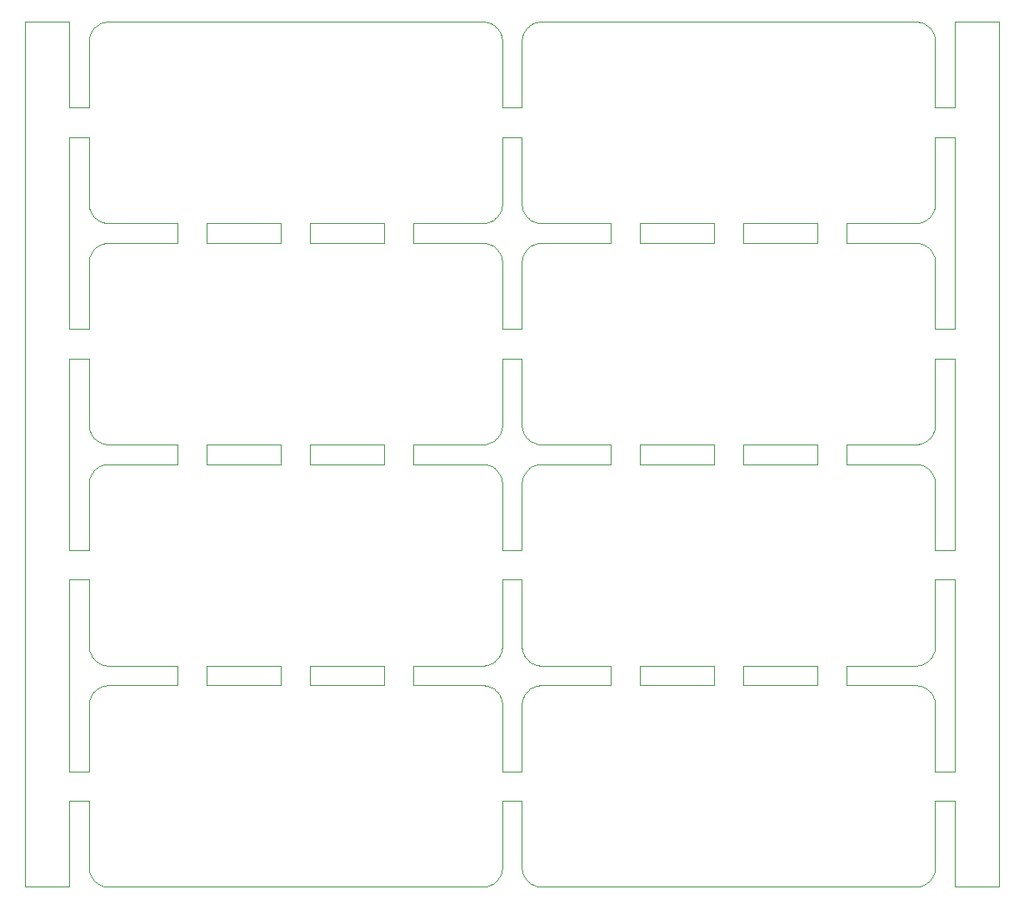
<source format=gbr>
%TF.GenerationSoftware,KiCad,Pcbnew,8.0.0*%
%TF.CreationDate,2024-05-28T16:04:12+09:00*%
%TF.ProjectId,Panel,50616e65-6c2e-46b6-9963-61645f706362,rev?*%
%TF.SameCoordinates,Original*%
%TF.FileFunction,Profile,NP*%
%FSLAX46Y46*%
G04 Gerber Fmt 4.6, Leading zero omitted, Abs format (unit mm)*
G04 Created by KiCad (PCBNEW 8.0.0) date 2024-05-28 16:04:12*
%MOMM*%
%LPD*%
G01*
G04 APERTURE LIST*
%TA.AperFunction,Profile*%
%ADD10C,0.100000*%
%TD*%
G04 APERTURE END LIST*
D10*
X147141526Y-65857463D02*
X147081551Y-65775788D01*
X191295609Y-43619211D02*
X191248693Y-43529396D01*
X146380788Y-87704390D02*
X146288711Y-87662084D01*
X191141526Y-107142536D02*
X191197288Y-107057928D01*
X146557928Y-87802711D02*
X146470603Y-87751306D01*
X106357463Y-87858473D02*
X106275788Y-87918448D01*
X145702336Y-40489738D02*
X145802855Y-40476936D01*
X146724211Y-85081551D02*
X146802744Y-85017516D01*
X125000000Y-87500000D02*
X117500000Y-87500000D01*
X105751306Y-66029396D02*
X105704390Y-66119211D01*
X190949585Y-88122066D02*
X190877933Y-88050414D01*
X190557928Y-62697288D02*
X190642536Y-62641526D01*
X107500000Y-63000000D02*
X114500000Y-63000000D01*
X106357463Y-65358473D02*
X106275788Y-65418448D01*
X146724211Y-40081551D02*
X146802744Y-40017516D01*
X149502566Y-89398701D02*
X149500000Y-89500000D01*
X149540940Y-66597402D02*
X149523063Y-66697144D01*
X189500000Y-85500000D02*
X189601298Y-85497433D01*
X106197255Y-87982483D02*
X106122066Y-88050414D01*
X150619211Y-85295609D02*
X150711288Y-85337915D01*
X149500000Y-67000000D02*
X149500000Y-73750000D01*
X179500000Y-87500000D02*
X172000000Y-87500000D01*
X147500000Y-76750000D02*
X148499000Y-76750000D01*
X147500000Y-73750000D02*
X147500000Y-67000000D01*
X105982483Y-65697255D02*
X105918448Y-65775788D01*
X106050414Y-20622066D02*
X105982483Y-20697255D01*
X191248693Y-21029396D02*
X191197288Y-20942071D01*
X105540940Y-83902597D02*
X105563845Y-84001305D01*
X145601298Y-42502566D02*
X145500000Y-42500000D01*
X190557928Y-87802711D02*
X190470603Y-87751306D01*
X146724211Y-87918448D02*
X146642536Y-87858473D01*
X103499000Y-20000000D02*
X98999000Y-20000000D01*
X150122066Y-62449585D02*
X150197255Y-62517516D01*
X147497433Y-89398701D02*
X147489738Y-89297663D01*
X138500000Y-86501000D02*
X138500000Y-86499000D01*
X147017516Y-107302744D02*
X147081551Y-107224211D01*
X105704390Y-66119211D02*
X105662084Y-66211288D01*
X191476936Y-89197144D02*
X191459059Y-89097402D01*
X105662084Y-84288711D02*
X105704390Y-84380788D01*
X191375504Y-39194610D02*
X191408278Y-39098726D01*
X149858473Y-43357463D02*
X149802711Y-43442071D01*
X190194610Y-65124495D02*
X190098726Y-65091721D01*
X151398701Y-20002566D02*
X151297663Y-20010261D01*
X151500000Y-65000000D02*
X151398701Y-65002566D01*
X147408278Y-21401273D02*
X147375504Y-21305389D01*
X128000000Y-63999000D02*
X128000000Y-63000000D01*
X105662084Y-61788711D02*
X105704390Y-61880788D01*
X191375504Y-43805389D02*
X191337915Y-43711288D01*
X161500000Y-42500000D02*
X161500000Y-41501500D01*
X150357463Y-107641526D02*
X150442071Y-107697288D01*
X147017516Y-62302744D02*
X147081551Y-62224211D01*
X135500000Y-40500000D02*
X135500000Y-41499500D01*
X191295609Y-61880788D02*
X191337915Y-61788711D01*
X189802855Y-20023063D02*
X189702336Y-20010261D01*
X147337915Y-84288711D02*
X147375504Y-84194610D01*
X106442071Y-65302711D02*
X106357463Y-65358473D01*
X151097402Y-107959059D02*
X151197144Y-107976936D01*
X148501000Y-73750000D02*
X148499000Y-73750000D01*
X147476936Y-83802855D02*
X147489738Y-83702336D01*
X107197144Y-87523063D02*
X107097402Y-87540940D01*
X172000000Y-63000000D02*
X179500000Y-63000000D01*
X106122066Y-107449585D02*
X106197255Y-107517516D01*
X105502566Y-21898701D02*
X105500000Y-22000000D01*
X190380788Y-85295609D02*
X190470603Y-85248693D01*
X150357463Y-85141526D02*
X150442071Y-85197288D01*
X147500000Y-51250000D02*
X147500000Y-44500000D01*
X105523063Y-83802855D02*
X105540940Y-83902597D01*
X147500000Y-89500000D02*
X147497433Y-89398701D01*
X107097402Y-87540940D02*
X106998694Y-87563845D01*
X147081551Y-20775788D02*
X147017516Y-20697255D01*
X149982483Y-107302744D02*
X150050414Y-107377933D01*
X106050414Y-65622066D02*
X105982483Y-65697255D01*
X145702336Y-65010261D02*
X145601298Y-65002566D01*
X169000000Y-40500000D02*
X169000000Y-41499500D01*
X145702336Y-85489738D02*
X145802855Y-85476936D01*
X190724211Y-42918448D02*
X190642536Y-42858473D01*
X105563845Y-39001305D02*
X105591721Y-39098726D01*
X106901273Y-62908278D02*
X106998694Y-62936154D01*
X114500000Y-40500000D02*
X114500000Y-41499500D01*
X191408278Y-21401273D02*
X191375504Y-21305389D01*
X147489738Y-66797663D02*
X147476936Y-66697144D01*
X103499000Y-28750000D02*
X103499000Y-20000000D01*
X189601298Y-40497433D02*
X189702336Y-40489738D01*
X146877933Y-107449585D02*
X146949585Y-107377933D01*
X190642536Y-87858473D02*
X190557928Y-87802711D01*
X147017516Y-84802744D02*
X147081551Y-84724211D01*
X106122066Y-84949585D02*
X106197255Y-85017516D01*
X147081551Y-88275788D02*
X147017516Y-88197255D01*
X146001305Y-87563845D02*
X145902597Y-87540940D01*
X147248693Y-21029396D02*
X147197288Y-20942071D01*
X149624495Y-43805389D02*
X149591721Y-43901273D01*
X105510261Y-106202336D02*
X105523063Y-106302855D01*
X147408278Y-106598726D02*
X147436154Y-106501305D01*
X190288711Y-62837915D02*
X190380788Y-62795609D01*
X145902597Y-65040940D02*
X145802855Y-65023063D01*
X149500000Y-44500000D02*
X149500000Y-51250000D01*
X105802711Y-39557928D02*
X105858473Y-39642536D01*
X150122066Y-65550414D02*
X150050414Y-65622066D01*
X105802711Y-20942071D02*
X105751306Y-21029396D01*
X135500000Y-86501000D02*
X135500000Y-87500000D01*
X193501000Y-54250000D02*
X193501000Y-73750000D01*
X106442071Y-85197288D02*
X106529396Y-85248693D01*
X103499000Y-51250000D02*
X103499000Y-31750000D01*
X146380788Y-62795609D02*
X146470603Y-62748693D01*
X106711288Y-85337915D02*
X106805389Y-85375504D01*
X147459059Y-44097402D02*
X147436154Y-43998694D01*
X191017516Y-88197255D02*
X190949585Y-88122066D01*
X147436154Y-21498694D02*
X147408278Y-21401273D01*
X149918448Y-62224211D02*
X149982483Y-62302744D01*
X105591721Y-84098726D02*
X105624495Y-84194610D01*
X147500000Y-67000000D02*
X147497433Y-66898701D01*
X191500000Y-28750000D02*
X191500000Y-22000000D01*
X105500000Y-83500000D02*
X105502566Y-83601298D01*
X190642536Y-40141526D02*
X190724211Y-40081551D01*
X138500000Y-63999000D02*
X138500000Y-63000000D01*
X105591721Y-66401273D02*
X105563845Y-66498694D01*
X106050414Y-88122066D02*
X105982483Y-88197255D01*
X147017516Y-39802744D02*
X147081551Y-39724211D01*
X107097402Y-62959059D02*
X107197144Y-62976936D01*
X150357463Y-20358473D02*
X150275788Y-20418448D01*
X158500000Y-41501500D02*
X158500000Y-42500000D01*
X150122066Y-88050414D02*
X150050414Y-88122066D01*
X149502566Y-83601298D02*
X149510261Y-83702336D01*
X169000000Y-86499000D02*
X169000000Y-86501000D01*
X105563845Y-66498694D02*
X105540940Y-66597402D01*
X149751306Y-106970603D02*
X149802711Y-107057928D01*
X135500000Y-41501500D02*
X135500000Y-42500000D01*
X147408278Y-61598726D02*
X147436154Y-61501305D01*
X179500000Y-40500000D02*
X179500000Y-41499500D01*
X106122066Y-43050414D02*
X106050414Y-43122066D01*
X106442071Y-40197288D02*
X106529396Y-40248693D01*
X151398701Y-65002566D02*
X151297663Y-65010261D01*
X190877933Y-43050414D02*
X190802744Y-42982483D01*
X190470603Y-85248693D02*
X190557928Y-85197288D01*
X146098726Y-87591721D02*
X146001305Y-87563845D01*
X150619211Y-87704390D02*
X150529396Y-87751306D01*
X161500000Y-41501500D02*
X161500000Y-41499500D01*
X105502566Y-44398701D02*
X105500000Y-44500000D01*
X191476936Y-38802855D02*
X191489738Y-38702336D01*
X103499000Y-96250000D02*
X103499000Y-76750000D01*
X149563845Y-88998694D02*
X149540940Y-89097402D01*
X147295609Y-66119211D02*
X147248693Y-66029396D01*
X147197288Y-39557928D02*
X147248693Y-39470603D01*
X146802744Y-20482483D02*
X146724211Y-20418448D01*
X107398701Y-85497433D02*
X107500000Y-85500000D01*
X117500000Y-86499000D02*
X117500000Y-85500000D01*
X193501000Y-96250000D02*
X191500000Y-96250000D01*
X105500000Y-99250000D02*
X105500000Y-106000000D01*
X190802744Y-42982483D02*
X190724211Y-42918448D01*
X150529396Y-20251306D02*
X150442071Y-20302711D01*
X149704390Y-39380788D02*
X149751306Y-39470603D01*
X147408278Y-88901273D02*
X147375504Y-88805389D01*
X105918448Y-84724211D02*
X105982483Y-84802744D01*
X149510261Y-106202336D02*
X149523063Y-106302855D01*
X147375504Y-39194610D02*
X147408278Y-39098726D01*
X191337915Y-61788711D02*
X191375504Y-61694610D01*
X105624495Y-21305389D02*
X105591721Y-21401273D01*
X146001305Y-40436154D02*
X146098726Y-40408278D01*
X105540940Y-61402597D02*
X105563845Y-61501305D01*
X191476936Y-106302855D02*
X191489738Y-106202336D01*
X191081551Y-84724211D02*
X191141526Y-84642536D01*
X191197288Y-107057928D02*
X191248693Y-106970603D01*
X190949585Y-20622066D02*
X190877933Y-20550414D01*
X149802711Y-65942071D02*
X149751306Y-66029396D01*
X147081551Y-43275788D02*
X147017516Y-43197255D01*
X149918448Y-43275788D02*
X149858473Y-43357463D01*
X106357463Y-40141526D02*
X106442071Y-40197288D01*
X191017516Y-107302744D02*
X191081551Y-107224211D01*
X106619211Y-85295609D02*
X106711288Y-85337915D01*
X147500000Y-54250000D02*
X148499000Y-54250000D01*
X151097402Y-42540940D02*
X150998694Y-42563845D01*
X146380788Y-107795609D02*
X146470603Y-107748693D01*
X193501000Y-28750000D02*
X191500000Y-28750000D01*
X107500000Y-85500000D02*
X114500000Y-85500000D01*
X190288711Y-87662084D02*
X190194610Y-87624495D01*
X149918448Y-107224211D02*
X149982483Y-107302744D01*
X145500000Y-63000000D02*
X145601298Y-62997433D01*
X191375504Y-61694610D02*
X191408278Y-61598726D01*
X106275788Y-107581551D02*
X106357463Y-107641526D01*
X150998694Y-62936154D02*
X151097402Y-62959059D01*
X147408278Y-43901273D02*
X147375504Y-43805389D01*
X105591721Y-39098726D02*
X105624495Y-39194610D01*
X191476936Y-66697144D02*
X191459059Y-66597402D01*
X147500000Y-99250000D02*
X148499000Y-99250000D01*
X149540940Y-38902597D02*
X149563845Y-39001305D01*
X190642536Y-42858473D02*
X190557928Y-42802711D01*
X147295609Y-61880788D02*
X147337915Y-61788711D01*
X114500000Y-42500000D02*
X107500000Y-42500000D01*
X114500000Y-63000000D02*
X114500000Y-63999000D01*
X161500000Y-64001000D02*
X161500000Y-63999000D01*
X125000000Y-41501500D02*
X125000000Y-42500000D01*
X190877933Y-88050414D02*
X190802744Y-87982483D01*
X98999000Y-108000000D02*
X103499000Y-108000000D01*
X147081551Y-65775788D02*
X147017516Y-65697255D01*
X150998694Y-42563845D02*
X150901273Y-42591721D01*
X146470603Y-65251306D02*
X146380788Y-65204390D01*
X191248693Y-106970603D02*
X191295609Y-106880788D01*
X146642536Y-107641526D02*
X146724211Y-107581551D01*
X106711288Y-107837915D02*
X106805389Y-107875504D01*
X106901273Y-20091721D02*
X106805389Y-20124495D01*
X158500000Y-42500000D02*
X151500000Y-42500000D01*
X191497433Y-106101298D02*
X191500000Y-106000000D01*
X106050414Y-43122066D02*
X105982483Y-43197255D01*
X114500000Y-86501000D02*
X114500000Y-87500000D01*
X193501000Y-20000000D02*
X193501000Y-28750000D01*
X106442071Y-42802711D02*
X106357463Y-42858473D01*
X149918448Y-88275788D02*
X149858473Y-88357463D01*
X190470603Y-62748693D02*
X190557928Y-62697288D01*
X106529396Y-65251306D02*
X106442071Y-65302711D01*
X149502566Y-44398701D02*
X149500000Y-44500000D01*
X149500000Y-76750000D02*
X149500000Y-83500000D01*
X106275788Y-40081551D02*
X106357463Y-40141526D01*
X191500000Y-61000000D02*
X191500000Y-54250000D01*
X191017516Y-43197255D02*
X190949585Y-43122066D01*
X147500000Y-96250000D02*
X147500000Y-89500000D01*
X147497433Y-66898701D02*
X147489738Y-66797663D01*
X105704390Y-84380788D02*
X105751306Y-84470603D01*
X190949585Y-65622066D02*
X190877933Y-65550414D01*
X150805389Y-87624495D02*
X150711288Y-87662084D01*
X190288711Y-40337915D02*
X190380788Y-40295609D01*
X191081551Y-43275788D02*
X191017516Y-43197255D01*
X146877933Y-43050414D02*
X146802744Y-42982483D01*
X145601298Y-62997433D02*
X145702336Y-62989738D01*
X147476936Y-21697144D02*
X147459059Y-21597402D01*
X189500000Y-65000000D02*
X182500000Y-65000000D01*
X190724211Y-85081551D02*
X190802744Y-85017516D01*
X147459059Y-83902597D02*
X147476936Y-83802855D01*
X150805389Y-65124495D02*
X150711288Y-65162084D01*
X149751306Y-66029396D02*
X149704390Y-66119211D01*
X150275788Y-62581551D02*
X150357463Y-62641526D01*
X189802855Y-62976936D02*
X189902597Y-62959059D01*
X151197144Y-87523063D02*
X151097402Y-87540940D01*
X145902597Y-42540940D02*
X145802855Y-42523063D01*
X147497433Y-106101298D02*
X147500000Y-106000000D01*
X179500000Y-85500000D02*
X179500000Y-86499000D01*
X147295609Y-39380788D02*
X147337915Y-39288711D01*
X105802711Y-62057928D02*
X105858473Y-62142536D01*
X150805389Y-20124495D02*
X150711288Y-20162084D01*
X146877933Y-62449585D02*
X146949585Y-62377933D01*
X125000000Y-86501000D02*
X125000000Y-87500000D01*
X147476936Y-44197144D02*
X147459059Y-44097402D01*
X151500000Y-63000000D02*
X158500000Y-63000000D01*
X191337915Y-106788711D02*
X191375504Y-106694610D01*
X190098726Y-42591721D02*
X190001305Y-42563845D01*
X190724211Y-107581551D02*
X190802744Y-107517516D01*
X190194610Y-20124495D02*
X190098726Y-20091721D01*
X117500000Y-41499500D02*
X117500000Y-40500000D01*
X105982483Y-84802744D02*
X106050414Y-84877933D01*
X150711288Y-42662084D02*
X150619211Y-42704390D01*
X161500000Y-86501000D02*
X161500000Y-86499000D01*
X191500000Y-31750000D02*
X193501000Y-31750000D01*
X190557928Y-40197288D02*
X190642536Y-40141526D01*
X190288711Y-85337915D02*
X190380788Y-85295609D01*
X150050414Y-62377933D02*
X150122066Y-62449585D01*
X106122066Y-39949585D02*
X106197255Y-40017516D01*
X151297663Y-65010261D02*
X151197144Y-65023063D01*
X107398701Y-40497433D02*
X107500000Y-40500000D01*
X146001305Y-85436154D02*
X146098726Y-85408278D01*
X114500000Y-86499000D02*
X114500000Y-86501000D01*
X150275788Y-87918448D02*
X150197255Y-87982483D01*
X135500000Y-41499500D02*
X135500000Y-41501500D01*
X106619211Y-20204390D02*
X106529396Y-20251306D01*
X107097402Y-40459059D02*
X107197144Y-40476936D01*
X147337915Y-39288711D02*
X147375504Y-39194610D01*
X149500000Y-73750000D02*
X148501000Y-73750000D01*
X146194610Y-62875504D02*
X146288711Y-62837915D01*
X190724211Y-65418448D02*
X190642536Y-65358473D01*
X106711288Y-40337915D02*
X106805389Y-40375504D01*
X105802711Y-107057928D02*
X105858473Y-107142536D01*
X147436154Y-106501305D02*
X147459059Y-106402597D01*
X150275788Y-65418448D02*
X150197255Y-65482483D01*
X145802855Y-20023063D02*
X145702336Y-20010261D01*
X117500000Y-63999000D02*
X117500000Y-63000000D01*
X117500000Y-64001000D02*
X117500000Y-63999000D01*
X146380788Y-40295609D02*
X146470603Y-40248693D01*
X147476936Y-38802855D02*
X147489738Y-38702336D01*
X149563845Y-106501305D02*
X149591721Y-106598726D01*
X106529396Y-85248693D02*
X106619211Y-85295609D01*
X150998694Y-65063845D02*
X150901273Y-65091721D01*
X146470603Y-20251306D02*
X146380788Y-20204390D01*
X147489738Y-89297663D02*
X147476936Y-89197144D01*
X106998694Y-107936154D02*
X107097402Y-107959059D01*
X148501000Y-54250000D02*
X149500000Y-54250000D01*
X150122066Y-39949585D02*
X150197255Y-40017516D01*
X105510261Y-44297663D02*
X105502566Y-44398701D01*
X149662084Y-43711288D02*
X149624495Y-43805389D01*
X125000000Y-41499500D02*
X125000000Y-41501500D01*
X105858473Y-65857463D02*
X105802711Y-65942071D01*
X149982483Y-88197255D02*
X149918448Y-88275788D01*
X151297663Y-85489738D02*
X151398701Y-85497433D01*
X125000000Y-85500000D02*
X125000000Y-86499000D01*
X105510261Y-89297663D02*
X105502566Y-89398701D01*
X191459059Y-61402597D02*
X191476936Y-61302855D01*
X107297663Y-62989738D02*
X107398701Y-62997433D01*
X190724211Y-20418448D02*
X190642536Y-20358473D01*
X190098726Y-65091721D02*
X190001305Y-65063845D01*
X149982483Y-43197255D02*
X149918448Y-43275788D01*
X105563845Y-21498694D02*
X105540940Y-21597402D01*
X179500000Y-65000000D02*
X172000000Y-65000000D01*
X148499000Y-54250000D02*
X148501000Y-54250000D01*
X105502566Y-106101298D02*
X105510261Y-106202336D01*
X191497433Y-89398701D02*
X191489738Y-89297663D01*
X147248693Y-43529396D02*
X147197288Y-43442071D01*
X147476936Y-66697144D02*
X147459059Y-66597402D01*
X106529396Y-40248693D02*
X106619211Y-40295609D01*
X189500000Y-108000000D02*
X189601298Y-107997433D01*
X146557928Y-42802711D02*
X146470603Y-42751306D01*
X146557928Y-65302711D02*
X146470603Y-65251306D01*
X189702336Y-87510261D02*
X189601298Y-87502566D01*
X190098726Y-20091721D02*
X190001305Y-20063845D01*
X106619211Y-62795609D02*
X106711288Y-62837915D01*
X190724211Y-87918448D02*
X190642536Y-87858473D01*
X146557928Y-20302711D02*
X146470603Y-20251306D01*
X146194610Y-40375504D02*
X146288711Y-40337915D01*
X191489738Y-21797663D02*
X191476936Y-21697144D01*
X147337915Y-106788711D02*
X147375504Y-106694610D01*
X150619211Y-20204390D02*
X150529396Y-20251306D01*
X146380788Y-20204390D02*
X146288711Y-20162084D01*
X146877933Y-84949585D02*
X146949585Y-84877933D01*
X117500000Y-85500000D02*
X125000000Y-85500000D01*
X146557928Y-62697288D02*
X146642536Y-62641526D01*
X147295609Y-106880788D02*
X147337915Y-106788711D01*
X189601298Y-62997433D02*
X189702336Y-62989738D01*
X107097402Y-20040940D02*
X106998694Y-20063845D01*
X105500000Y-67000000D02*
X105500000Y-73750000D01*
X161500000Y-86499000D02*
X161500000Y-85500000D01*
X191436154Y-84001305D02*
X191459059Y-83902597D01*
X151398701Y-107997433D02*
X151500000Y-108000000D01*
X106197255Y-20482483D02*
X106122066Y-20550414D01*
X105540940Y-44097402D02*
X105523063Y-44197144D01*
X147489738Y-61202336D02*
X147497433Y-61101298D01*
X105591721Y-61598726D02*
X105624495Y-61694610D01*
X149523063Y-44197144D02*
X149510261Y-44297663D01*
X191497433Y-38601298D02*
X191500000Y-38500000D01*
X105591721Y-43901273D02*
X105563845Y-43998694D01*
X105523063Y-61302855D02*
X105540940Y-61402597D01*
X151297663Y-40489738D02*
X151398701Y-40497433D01*
X106805389Y-20124495D02*
X106711288Y-20162084D01*
X146288711Y-87662084D02*
X146194610Y-87624495D01*
X150711288Y-65162084D02*
X150619211Y-65204390D01*
X128000000Y-41499500D02*
X128000000Y-40500000D01*
X149982483Y-39802744D02*
X150050414Y-39877933D01*
X146642536Y-42858473D02*
X146557928Y-42802711D01*
X147197288Y-84557928D02*
X147248693Y-84470603D01*
X105563845Y-88998694D02*
X105540940Y-89097402D01*
X149510261Y-83702336D02*
X149523063Y-83802855D01*
X150122066Y-84949585D02*
X150197255Y-85017516D01*
X105500000Y-61000000D02*
X105502566Y-61101298D01*
X191500000Y-106000000D02*
X191500000Y-99250000D01*
X105662084Y-88711288D02*
X105624495Y-88805389D01*
X145802855Y-107976936D02*
X145902597Y-107959059D01*
X106275788Y-62581551D02*
X106357463Y-62641526D01*
X149500000Y-89500000D02*
X149500000Y-96250000D01*
X106275788Y-20418448D02*
X106197255Y-20482483D01*
X106998694Y-85436154D02*
X107097402Y-85459059D01*
X182500000Y-41501500D02*
X182500000Y-41499500D01*
X191500000Y-76750000D02*
X193501000Y-76750000D01*
X149982483Y-62302744D02*
X150050414Y-62377933D01*
X146098726Y-42591721D02*
X146001305Y-42563845D01*
X149591721Y-43901273D02*
X149563845Y-43998694D01*
X146557928Y-40197288D02*
X146642536Y-40141526D01*
X161500000Y-63999000D02*
X161500000Y-63000000D01*
X191295609Y-88619211D02*
X191248693Y-88529396D01*
X106998694Y-42563845D02*
X106901273Y-42591721D01*
X145902597Y-62959059D02*
X146001305Y-62936154D01*
X149751306Y-84470603D02*
X149802711Y-84557928D01*
X151097402Y-62959059D02*
X151197144Y-62976936D01*
X147141526Y-20857463D02*
X147081551Y-20775788D01*
X145702336Y-107989738D02*
X145802855Y-107976936D01*
X145500000Y-20000000D02*
X107500000Y-20000000D01*
X147500000Y-44500000D02*
X147497433Y-44398701D01*
X198001000Y-20000000D02*
X193501000Y-20000000D01*
X190802744Y-40017516D02*
X190877933Y-39949585D01*
X190098726Y-87591721D02*
X190001305Y-87563845D01*
X149624495Y-39194610D02*
X149662084Y-39288711D01*
X148501000Y-28750000D02*
X148499000Y-28750000D01*
X191500000Y-51250000D02*
X191500000Y-44500000D01*
X106711288Y-65162084D02*
X106619211Y-65204390D01*
X149662084Y-66211288D02*
X149624495Y-66305389D01*
X105662084Y-39288711D02*
X105704390Y-39380788D01*
X149502566Y-106101298D02*
X149510261Y-106202336D01*
X149502566Y-61101298D02*
X149510261Y-61202336D01*
X147141526Y-107142536D02*
X147197288Y-107057928D01*
X151398701Y-87502566D02*
X151297663Y-87510261D01*
X138500000Y-86499000D02*
X138500000Y-85500000D01*
X106275788Y-85081551D02*
X106357463Y-85141526D01*
X191500000Y-67000000D02*
X191497433Y-66898701D01*
X138500000Y-87500000D02*
X138500000Y-86501000D01*
X145500000Y-42500000D02*
X138500000Y-42500000D01*
X161500000Y-65000000D02*
X161500000Y-64001000D01*
X191197288Y-88442071D02*
X191141526Y-88357463D01*
X149591721Y-88901273D02*
X149563845Y-88998694D01*
X189601298Y-85497433D02*
X189702336Y-85489738D01*
X191500000Y-44500000D02*
X191497433Y-44398701D01*
X149802711Y-20942071D02*
X149751306Y-21029396D01*
X147141526Y-84642536D02*
X147197288Y-84557928D01*
X149523063Y-61302855D02*
X149540940Y-61402597D01*
X106442071Y-20302711D02*
X106357463Y-20358473D01*
X145902597Y-85459059D02*
X146001305Y-85436154D01*
X105802711Y-88442071D02*
X105751306Y-88529396D01*
X103499000Y-76750000D02*
X105500000Y-76750000D01*
X105982483Y-62302744D02*
X106050414Y-62377933D01*
X150901273Y-20091721D02*
X150805389Y-20124495D01*
X189702336Y-42510261D02*
X189601298Y-42502566D01*
X147141526Y-62142536D02*
X147197288Y-62057928D01*
X189902597Y-42540940D02*
X189802855Y-42523063D01*
X149540940Y-106402597D02*
X149563845Y-106501305D01*
X158500000Y-40500000D02*
X158500000Y-41499500D01*
X150805389Y-85375504D02*
X150901273Y-85408278D01*
X191489738Y-61202336D02*
X191497433Y-61101298D01*
X147248693Y-39470603D02*
X147295609Y-39380788D01*
X147197288Y-43442071D02*
X147141526Y-43357463D01*
X146194610Y-65124495D02*
X146098726Y-65091721D01*
X189601298Y-20002566D02*
X189500000Y-20000000D01*
X190802744Y-87982483D02*
X190724211Y-87918448D01*
X190949585Y-107377933D02*
X191017516Y-107302744D01*
X189902597Y-40459059D02*
X190001305Y-40436154D01*
X105802711Y-65942071D02*
X105751306Y-66029396D01*
X147497433Y-44398701D02*
X147489738Y-44297663D01*
X106050414Y-107377933D02*
X106122066Y-107449585D01*
X146949585Y-20622066D02*
X146877933Y-20550414D01*
X147459059Y-66597402D02*
X147436154Y-66498694D01*
X105624495Y-43805389D02*
X105591721Y-43901273D01*
X146194610Y-87624495D02*
X146098726Y-87591721D01*
X149523063Y-66697144D02*
X149510261Y-66797663D01*
X149563845Y-61501305D02*
X149591721Y-61598726D01*
X191408278Y-66401273D02*
X191375504Y-66305389D01*
X107398701Y-62997433D02*
X107500000Y-63000000D01*
X107500000Y-65000000D02*
X107398701Y-65002566D01*
X149624495Y-66305389D02*
X149591721Y-66401273D01*
X107097402Y-65040940D02*
X106998694Y-65063845D01*
X107398701Y-87502566D02*
X107297663Y-87510261D01*
X128000000Y-87500000D02*
X128000000Y-86501000D01*
X189601298Y-42502566D02*
X189500000Y-42500000D01*
X148501000Y-51250000D02*
X148499000Y-51250000D01*
X191459059Y-44097402D02*
X191436154Y-43998694D01*
X151197144Y-40476936D02*
X151297663Y-40489738D01*
X105751306Y-39470603D02*
X105802711Y-39557928D01*
X147436154Y-39001305D02*
X147459059Y-38902597D01*
X149523063Y-83802855D02*
X149540940Y-83902597D01*
X150442071Y-62697288D02*
X150529396Y-62748693D01*
X148501000Y-99250000D02*
X149500000Y-99250000D01*
X191141526Y-65857463D02*
X191081551Y-65775788D01*
X105540940Y-89097402D02*
X105523063Y-89197144D01*
X147081551Y-62224211D02*
X147141526Y-62142536D01*
X145500000Y-65000000D02*
X138500000Y-65000000D01*
X145500000Y-108000000D02*
X145601298Y-107997433D01*
X150998694Y-20063845D02*
X150901273Y-20091721D01*
X151500000Y-40500000D02*
X158500000Y-40500000D01*
X147459059Y-106402597D02*
X147476936Y-106302855D01*
X189802855Y-65023063D02*
X189702336Y-65010261D01*
X190288711Y-20162084D02*
X190194610Y-20124495D01*
X106122066Y-20550414D02*
X106050414Y-20622066D01*
X146380788Y-85295609D02*
X146470603Y-85248693D01*
X150619211Y-107795609D02*
X150711288Y-107837915D01*
X149704390Y-66119211D02*
X149662084Y-66211288D01*
X191489738Y-38702336D02*
X191497433Y-38601298D01*
X150805389Y-42624495D02*
X150711288Y-42662084D01*
X191337915Y-66211288D02*
X191295609Y-66119211D01*
X147497433Y-83601298D02*
X147500000Y-83500000D01*
X105918448Y-43275788D02*
X105858473Y-43357463D01*
X106357463Y-20358473D02*
X106275788Y-20418448D01*
X147489738Y-83702336D02*
X147497433Y-83601298D01*
X106619211Y-107795609D02*
X106711288Y-107837915D01*
X190642536Y-85141526D02*
X190724211Y-85081551D01*
X147017516Y-43197255D02*
X146949585Y-43122066D01*
X145601298Y-40497433D02*
X145702336Y-40489738D01*
X179500000Y-86499000D02*
X179500000Y-86501000D01*
X147500000Y-61000000D02*
X147500000Y-54250000D01*
X149751306Y-21029396D02*
X149704390Y-21119211D01*
X151097402Y-20040940D02*
X150998694Y-20063845D01*
X150197255Y-107517516D02*
X150275788Y-107581551D01*
X107500000Y-42500000D02*
X107398701Y-42502566D01*
X149858473Y-20857463D02*
X149802711Y-20942071D01*
X190380788Y-65204390D02*
X190288711Y-65162084D01*
X151398701Y-40497433D02*
X151500000Y-40500000D01*
X146642536Y-65358473D02*
X146557928Y-65302711D01*
X151197144Y-85476936D02*
X151297663Y-85489738D01*
X158500000Y-41499500D02*
X158500000Y-41501500D01*
X191408278Y-88901273D02*
X191375504Y-88805389D01*
X145802855Y-40476936D02*
X145902597Y-40459059D01*
X149500000Y-28750000D02*
X148501000Y-28750000D01*
X191497433Y-83601298D02*
X191500000Y-83500000D01*
X106998694Y-65063845D02*
X106901273Y-65091721D01*
X190380788Y-20204390D02*
X190288711Y-20162084D01*
X147408278Y-66401273D02*
X147375504Y-66305389D01*
X150998694Y-40436154D02*
X151097402Y-40459059D01*
X147489738Y-44297663D02*
X147476936Y-44197144D01*
X191497433Y-61101298D02*
X191500000Y-61000000D01*
X107500000Y-20000000D02*
X107398701Y-20002566D01*
X146194610Y-20124495D02*
X146098726Y-20091721D01*
X147081551Y-107224211D02*
X147141526Y-107142536D01*
X172000000Y-86501000D02*
X172000000Y-86499000D01*
X148499000Y-28750000D02*
X147500000Y-28750000D01*
X105858473Y-20857463D02*
X105802711Y-20942071D01*
X107197144Y-40476936D02*
X107297663Y-40489738D01*
X158500000Y-63999000D02*
X158500000Y-64001000D01*
X105523063Y-89197144D02*
X105510261Y-89297663D01*
X147197288Y-88442071D02*
X147141526Y-88357463D01*
X182500000Y-63000000D02*
X189500000Y-63000000D01*
X190001305Y-107936154D02*
X190098726Y-107908278D01*
X150901273Y-107908278D02*
X150998694Y-107936154D01*
X149500000Y-22000000D02*
X149500000Y-28750000D01*
X149500000Y-54250000D02*
X149500000Y-61000000D01*
X149982483Y-20697255D02*
X149918448Y-20775788D01*
X106197255Y-40017516D02*
X106275788Y-40081551D01*
X105500000Y-28750000D02*
X103499000Y-28750000D01*
X147459059Y-61402597D02*
X147476936Y-61302855D01*
X147295609Y-21119211D02*
X147248693Y-21029396D01*
X146194610Y-107875504D02*
X146288711Y-107837915D01*
X191436154Y-106501305D02*
X191459059Y-106402597D01*
X106901273Y-40408278D02*
X106998694Y-40436154D01*
X149523063Y-21697144D02*
X149510261Y-21797663D01*
X191408278Y-61598726D02*
X191436154Y-61501305D01*
X149624495Y-84194610D02*
X149662084Y-84288711D01*
X147459059Y-38902597D02*
X147476936Y-38802855D01*
X169000000Y-85500000D02*
X169000000Y-86499000D01*
X179500000Y-41501500D02*
X179500000Y-42500000D01*
X191017516Y-20697255D02*
X190949585Y-20622066D01*
X169000000Y-63999000D02*
X169000000Y-64001000D01*
X149802711Y-88442071D02*
X149751306Y-88529396D01*
X190949585Y-62377933D02*
X191017516Y-62302744D01*
X107297663Y-87510261D02*
X107197144Y-87523063D01*
X151197144Y-65023063D02*
X151097402Y-65040940D01*
X190877933Y-84949585D02*
X190949585Y-84877933D01*
X193501000Y-31750000D02*
X193501000Y-51250000D01*
X117500000Y-41501500D02*
X117500000Y-41499500D01*
X105624495Y-88805389D02*
X105591721Y-88901273D01*
X107197144Y-107976936D02*
X107297663Y-107989738D01*
X147489738Y-21797663D02*
X147476936Y-21697144D01*
X117500000Y-42500000D02*
X117500000Y-41501500D01*
X114500000Y-64001000D02*
X114500000Y-65000000D01*
X190724211Y-62581551D02*
X190802744Y-62517516D01*
X191489738Y-44297663D02*
X191476936Y-44197144D01*
X191295609Y-106880788D02*
X191337915Y-106788711D01*
X105500000Y-44500000D02*
X105500000Y-51250000D01*
X146288711Y-107837915D02*
X146380788Y-107795609D01*
X189500000Y-42500000D02*
X182500000Y-42500000D01*
X105563845Y-43998694D02*
X105540940Y-44097402D01*
X106357463Y-85141526D02*
X106442071Y-85197288D01*
X151197144Y-42523063D02*
X151097402Y-42540940D01*
X193501000Y-99250000D02*
X193501000Y-108000000D01*
X149802711Y-84557928D02*
X149858473Y-84642536D01*
X151297663Y-20010261D02*
X151197144Y-20023063D01*
X172000000Y-86499000D02*
X172000000Y-85500000D01*
X106805389Y-85375504D02*
X106901273Y-85408278D01*
X125000000Y-63000000D02*
X125000000Y-63999000D01*
X146877933Y-20550414D02*
X146802744Y-20482483D01*
X191476936Y-61302855D02*
X191489738Y-61202336D01*
X107500000Y-40500000D02*
X114500000Y-40500000D01*
X151398701Y-42502566D02*
X151297663Y-42510261D01*
X148499000Y-96250000D02*
X147500000Y-96250000D01*
X147476936Y-61302855D02*
X147489738Y-61202336D01*
X191500000Y-73750000D02*
X191500000Y-67000000D01*
X106805389Y-87624495D02*
X106711288Y-87662084D01*
X150275788Y-20418448D02*
X150197255Y-20482483D01*
X105704390Y-88619211D02*
X105662084Y-88711288D01*
X189500000Y-20000000D02*
X151500000Y-20000000D01*
X125000000Y-64001000D02*
X125000000Y-65000000D01*
X147459059Y-89097402D02*
X147436154Y-88998694D01*
X146001305Y-62936154D02*
X146098726Y-62908278D01*
X147375504Y-66305389D02*
X147337915Y-66211288D01*
X105858473Y-39642536D02*
X105918448Y-39724211D01*
X149502566Y-38601298D02*
X149510261Y-38702336D01*
X189802855Y-87523063D02*
X189702336Y-87510261D01*
X191248693Y-43529396D02*
X191197288Y-43442071D01*
X149858473Y-39642536D02*
X149918448Y-39724211D01*
X190098726Y-85408278D02*
X190194610Y-85375504D01*
X190877933Y-65550414D02*
X190802744Y-65482483D01*
X128000000Y-86501000D02*
X128000000Y-86499000D01*
X105540940Y-66597402D02*
X105523063Y-66697144D01*
X105624495Y-66305389D02*
X105591721Y-66401273D01*
X107500000Y-87500000D02*
X107398701Y-87502566D01*
X146802744Y-40017516D02*
X146877933Y-39949585D01*
X147017516Y-65697255D02*
X146949585Y-65622066D01*
X151500000Y-42500000D02*
X151398701Y-42502566D01*
X105751306Y-43529396D02*
X105704390Y-43619211D01*
X149510261Y-21797663D02*
X149502566Y-21898701D01*
X149591721Y-106598726D02*
X149624495Y-106694610D01*
X149563845Y-39001305D02*
X149591721Y-39098726D01*
X106805389Y-62875504D02*
X106901273Y-62908278D01*
X147197288Y-62057928D02*
X147248693Y-61970603D01*
X107097402Y-107959059D02*
X107197144Y-107976936D01*
X172000000Y-41501500D02*
X172000000Y-41499500D01*
X150442071Y-42802711D02*
X150357463Y-42858473D01*
X149510261Y-44297663D02*
X149502566Y-44398701D01*
X190001305Y-85436154D02*
X190098726Y-85408278D01*
X146194610Y-85375504D02*
X146288711Y-85337915D01*
X145601298Y-87502566D02*
X145500000Y-87500000D01*
X149591721Y-39098726D02*
X149624495Y-39194610D01*
X191248693Y-66029396D02*
X191197288Y-65942071D01*
X105802711Y-43442071D02*
X105751306Y-43529396D01*
X149500000Y-38500000D02*
X149502566Y-38601298D01*
X106998694Y-40436154D02*
X107097402Y-40459059D01*
X191500000Y-38500000D02*
X191500000Y-31750000D01*
X149918448Y-65775788D02*
X149858473Y-65857463D01*
X149591721Y-61598726D02*
X149624495Y-61694610D01*
X191197288Y-39557928D02*
X191248693Y-39470603D01*
X191436154Y-39001305D02*
X191459059Y-38902597D01*
X190288711Y-42662084D02*
X190194610Y-42624495D01*
X148499000Y-51250000D02*
X147500000Y-51250000D01*
X148501000Y-76750000D02*
X149500000Y-76750000D01*
X190288711Y-107837915D02*
X190380788Y-107795609D01*
X150275788Y-85081551D02*
X150357463Y-85141526D01*
X138500000Y-41499500D02*
X138500000Y-40500000D01*
X106901273Y-65091721D02*
X106805389Y-65124495D01*
X191500000Y-54250000D02*
X193501000Y-54250000D01*
X146001305Y-20063845D02*
X145902597Y-20040940D01*
X149500000Y-106000000D02*
X149502566Y-106101298D01*
X145500000Y-85500000D02*
X145601298Y-85497433D01*
X105500000Y-54250000D02*
X105500000Y-61000000D01*
X114500000Y-41501500D02*
X114500000Y-42500000D01*
X105502566Y-61101298D02*
X105510261Y-61202336D01*
X106711288Y-87662084D02*
X106619211Y-87704390D01*
X150050414Y-39877933D02*
X150122066Y-39949585D01*
X105563845Y-61501305D02*
X105591721Y-61598726D01*
X190724211Y-40081551D02*
X190802744Y-40017516D01*
X114500000Y-63999000D02*
X114500000Y-64001000D01*
X190470603Y-107748693D02*
X190557928Y-107697288D01*
X149523063Y-89197144D02*
X149510261Y-89297663D01*
X191375504Y-84194610D02*
X191408278Y-84098726D01*
X105591721Y-88901273D02*
X105563845Y-88998694D01*
X135500000Y-63000000D02*
X135500000Y-63999000D01*
X135500000Y-64001000D02*
X135500000Y-65000000D01*
X191337915Y-21211288D02*
X191295609Y-21119211D01*
X105500000Y-76750000D02*
X105500000Y-83500000D01*
X105523063Y-44197144D02*
X105510261Y-44297663D01*
X150901273Y-42591721D02*
X150805389Y-42624495D01*
X172000000Y-64001000D02*
X172000000Y-63999000D01*
X149500000Y-31750000D02*
X149500000Y-38500000D01*
X190470603Y-20251306D02*
X190380788Y-20204390D01*
X105500000Y-31750000D02*
X105500000Y-38500000D01*
X128000000Y-42500000D02*
X128000000Y-41501500D01*
X150197255Y-62517516D02*
X150275788Y-62581551D01*
X150050414Y-65622066D02*
X149982483Y-65697255D01*
X190802744Y-62517516D02*
X190877933Y-62449585D01*
X150357463Y-62641526D02*
X150442071Y-62697288D01*
X107297663Y-65010261D02*
X107197144Y-65023063D01*
X105662084Y-21211288D02*
X105624495Y-21305389D01*
X150275788Y-40081551D02*
X150357463Y-40141526D01*
X106998694Y-87563845D02*
X106901273Y-87591721D01*
X150122066Y-43050414D02*
X150050414Y-43122066D01*
X146557928Y-107697288D02*
X146642536Y-107641526D01*
X107500000Y-108000000D02*
X145500000Y-108000000D01*
X190557928Y-20302711D02*
X190470603Y-20251306D01*
X147375504Y-43805389D02*
X147337915Y-43711288D01*
X147141526Y-88357463D02*
X147081551Y-88275788D01*
X149591721Y-84098726D02*
X149624495Y-84194610D01*
X146001305Y-42563845D02*
X145902597Y-42540940D01*
X149500000Y-51250000D02*
X148501000Y-51250000D01*
X146380788Y-42704390D02*
X146288711Y-42662084D01*
X149662084Y-84288711D02*
X149704390Y-84380788D01*
X147436154Y-84001305D02*
X147459059Y-83902597D01*
X150711288Y-107837915D02*
X150805389Y-107875504D01*
X150442071Y-40197288D02*
X150529396Y-40248693D01*
X105751306Y-84470603D02*
X105802711Y-84557928D01*
X150805389Y-62875504D02*
X150901273Y-62908278D01*
X106901273Y-107908278D02*
X106998694Y-107936154D01*
X117500000Y-40500000D02*
X125000000Y-40500000D01*
X150050414Y-20622066D02*
X149982483Y-20697255D01*
X151097402Y-87540940D02*
X150998694Y-87563845D01*
X138500000Y-41501500D02*
X138500000Y-41499500D01*
X158500000Y-64001000D02*
X158500000Y-65000000D01*
X179500000Y-63000000D02*
X179500000Y-63999000D01*
X150998694Y-107936154D02*
X151097402Y-107959059D01*
X147337915Y-21211288D02*
X147295609Y-21119211D01*
X147476936Y-106302855D02*
X147489738Y-106202336D01*
X179500000Y-41499500D02*
X179500000Y-41501500D01*
X147500000Y-28750000D02*
X147500000Y-22000000D01*
X191197288Y-43442071D02*
X191141526Y-43357463D01*
X191081551Y-62224211D02*
X191141526Y-62142536D01*
X149802711Y-43442071D02*
X149751306Y-43529396D01*
X146557928Y-85197288D02*
X146642536Y-85141526D01*
X150619211Y-62795609D02*
X150711288Y-62837915D01*
X146098726Y-62908278D02*
X146194610Y-62875504D01*
X191295609Y-39380788D02*
X191337915Y-39288711D01*
X107398701Y-107997433D02*
X107500000Y-108000000D01*
X191459059Y-83902597D02*
X191476936Y-83802855D01*
X147436154Y-88998694D02*
X147408278Y-88901273D01*
X158500000Y-65000000D02*
X151500000Y-65000000D01*
X191017516Y-39802744D02*
X191081551Y-39724211D01*
X147197288Y-65942071D02*
X147141526Y-65857463D01*
X148501000Y-31750000D02*
X149500000Y-31750000D01*
X105704390Y-21119211D02*
X105662084Y-21211288D01*
X145902597Y-87540940D02*
X145802855Y-87523063D01*
X149982483Y-65697255D02*
X149918448Y-65775788D01*
X146642536Y-85141526D02*
X146724211Y-85081551D01*
X147337915Y-61788711D02*
X147375504Y-61694610D01*
X146098726Y-85408278D02*
X146194610Y-85375504D01*
X189702336Y-65010261D02*
X189601298Y-65002566D01*
X150711288Y-87662084D02*
X150619211Y-87704390D01*
X105982483Y-39802744D02*
X106050414Y-39877933D01*
X149500000Y-99250000D02*
X149500000Y-106000000D01*
X149540940Y-83902597D02*
X149563845Y-84001305D01*
X191248693Y-61970603D02*
X191295609Y-61880788D01*
X145702336Y-87510261D02*
X145601298Y-87502566D01*
X147375504Y-61694610D02*
X147408278Y-61598726D01*
X149662084Y-106788711D02*
X149704390Y-106880788D01*
X191489738Y-106202336D02*
X191497433Y-106101298D01*
X105858473Y-84642536D02*
X105918448Y-84724211D01*
X145802855Y-65023063D02*
X145702336Y-65010261D01*
X151197144Y-62976936D02*
X151297663Y-62989738D01*
X191459059Y-66597402D02*
X191436154Y-66498694D01*
X105510261Y-38702336D02*
X105523063Y-38802855D01*
X105540940Y-21597402D02*
X105523063Y-21697144D01*
X161500000Y-40500000D02*
X169000000Y-40500000D01*
X149918448Y-20775788D02*
X149858473Y-20857463D01*
X150442071Y-20302711D02*
X150357463Y-20358473D01*
X138500000Y-64001000D02*
X138500000Y-63999000D01*
X107097402Y-85459059D02*
X107197144Y-85476936D01*
X190877933Y-39949585D02*
X190949585Y-39877933D01*
X107398701Y-65002566D02*
X107297663Y-65010261D01*
X150275788Y-107581551D02*
X150357463Y-107641526D01*
X106619211Y-42704390D02*
X106529396Y-42751306D01*
X190949585Y-84877933D02*
X191017516Y-84802744D01*
X105704390Y-39380788D02*
X105751306Y-39470603D01*
X106122066Y-88050414D02*
X106050414Y-88122066D01*
X106357463Y-42858473D02*
X106275788Y-42918448D01*
X161500000Y-41499500D02*
X161500000Y-40500000D01*
X146877933Y-65550414D02*
X146802744Y-65482483D01*
X172000000Y-40500000D02*
X179500000Y-40500000D01*
X106529396Y-62748693D02*
X106619211Y-62795609D01*
X193501000Y-73750000D02*
X191500000Y-73750000D01*
X191500000Y-22000000D02*
X191497433Y-21898701D01*
X105858473Y-107142536D02*
X105918448Y-107224211D01*
X147337915Y-88711288D02*
X147295609Y-88619211D01*
X191081551Y-65775788D02*
X191017516Y-65697255D01*
X150711288Y-85337915D02*
X150805389Y-85375504D01*
X106197255Y-42982483D02*
X106122066Y-43050414D01*
X190001305Y-62936154D02*
X190098726Y-62908278D01*
X105502566Y-66898701D02*
X105500000Y-67000000D01*
X114500000Y-87500000D02*
X107500000Y-87500000D01*
X106901273Y-87591721D02*
X106805389Y-87624495D01*
X146470603Y-107748693D02*
X146557928Y-107697288D01*
X191337915Y-39288711D02*
X191375504Y-39194610D01*
X161500000Y-85500000D02*
X169000000Y-85500000D01*
X149704390Y-84380788D02*
X149751306Y-84470603D01*
X145902597Y-40459059D02*
X146001305Y-40436154D01*
X150357463Y-42858473D02*
X150275788Y-42918448D01*
X190470603Y-40248693D02*
X190557928Y-40197288D01*
X190557928Y-85197288D02*
X190642536Y-85141526D01*
X105918448Y-88275788D02*
X105858473Y-88357463D01*
X179500000Y-63999000D02*
X179500000Y-64001000D01*
X189601298Y-107997433D02*
X189702336Y-107989738D01*
X147375504Y-21305389D02*
X147337915Y-21211288D01*
X149502566Y-66898701D02*
X149500000Y-67000000D01*
X146098726Y-40408278D02*
X146194610Y-40375504D01*
X125000000Y-86499000D02*
X125000000Y-86501000D01*
X98999000Y-20000000D02*
X98999000Y-108000000D01*
X106122066Y-65550414D02*
X106050414Y-65622066D01*
X146288711Y-42662084D02*
X146194610Y-42624495D01*
X150050414Y-43122066D02*
X149982483Y-43197255D01*
X145802855Y-87523063D02*
X145702336Y-87510261D01*
X105662084Y-43711288D02*
X105624495Y-43805389D01*
X106805389Y-40375504D02*
X106901273Y-40408278D01*
X106998694Y-62936154D02*
X107097402Y-62959059D01*
X128000000Y-41501500D02*
X128000000Y-41499500D01*
X145601298Y-65002566D02*
X145500000Y-65000000D01*
X105510261Y-66797663D02*
X105502566Y-66898701D01*
X105662084Y-66211288D02*
X105624495Y-66305389D01*
X146642536Y-40141526D02*
X146724211Y-40081551D01*
X150442071Y-107697288D02*
X150529396Y-107748693D01*
X117500000Y-87500000D02*
X117500000Y-86501000D01*
X147248693Y-88529396D02*
X147197288Y-88442071D01*
X105500000Y-73750000D02*
X103499000Y-73750000D01*
X150711288Y-40337915D02*
X150805389Y-40375504D01*
X106619211Y-40295609D02*
X106711288Y-40337915D01*
X135500000Y-65000000D02*
X128000000Y-65000000D01*
X147248693Y-84470603D02*
X147295609Y-84380788D01*
X150529396Y-62748693D02*
X150619211Y-62795609D01*
X190288711Y-65162084D02*
X190194610Y-65124495D01*
X146949585Y-88122066D02*
X146877933Y-88050414D01*
X189802855Y-85476936D02*
X189902597Y-85459059D01*
X190877933Y-107449585D02*
X190949585Y-107377933D01*
X147497433Y-38601298D02*
X147500000Y-38500000D01*
X169000000Y-41501500D02*
X169000000Y-42500000D01*
X146001305Y-107936154D02*
X146098726Y-107908278D01*
X149858473Y-65857463D02*
X149802711Y-65942071D01*
X189702336Y-40489738D02*
X189802855Y-40476936D01*
X106805389Y-65124495D02*
X106711288Y-65162084D01*
X149510261Y-61202336D02*
X149523063Y-61302855D01*
X191436154Y-66498694D02*
X191408278Y-66401273D01*
X105918448Y-107224211D02*
X105982483Y-107302744D01*
X149751306Y-43529396D02*
X149704390Y-43619211D01*
X150901273Y-40408278D02*
X150998694Y-40436154D01*
X145601298Y-20002566D02*
X145500000Y-20000000D01*
X106529396Y-107748693D02*
X106619211Y-107795609D01*
X190949585Y-43122066D02*
X190877933Y-43050414D01*
X149510261Y-66797663D02*
X149502566Y-66898701D01*
X182500000Y-86501000D02*
X182500000Y-86499000D01*
X105500000Y-51250000D02*
X103499000Y-51250000D01*
X191459059Y-106402597D02*
X191476936Y-106302855D01*
X150805389Y-107875504D02*
X150901273Y-107908278D01*
X105510261Y-83702336D02*
X105523063Y-83802855D01*
X149624495Y-61694610D02*
X149662084Y-61788711D01*
X138500000Y-85500000D02*
X145500000Y-85500000D01*
X149704390Y-43619211D02*
X149662084Y-43711288D01*
X190557928Y-42802711D02*
X190470603Y-42751306D01*
X106619211Y-65204390D02*
X106529396Y-65251306D01*
X191375504Y-88805389D02*
X191337915Y-88711288D01*
X191295609Y-21119211D02*
X191248693Y-21029396D01*
X106275788Y-87918448D02*
X106197255Y-87982483D01*
X107398701Y-42502566D02*
X107297663Y-42510261D01*
X161500000Y-63000000D02*
X169000000Y-63000000D01*
X147489738Y-106202336D02*
X147497433Y-106101298D01*
X147500000Y-106000000D02*
X147500000Y-99250000D01*
X146724211Y-107581551D02*
X146802744Y-107517516D01*
X179500000Y-64001000D02*
X179500000Y-65000000D01*
X150357463Y-65358473D02*
X150275788Y-65418448D01*
X191436154Y-88998694D02*
X191408278Y-88901273D01*
X106357463Y-62641526D02*
X106442071Y-62697288D01*
X150901273Y-87591721D02*
X150805389Y-87624495D01*
X189902597Y-65040940D02*
X189802855Y-65023063D01*
X146949585Y-107377933D02*
X147017516Y-107302744D01*
X103499000Y-31750000D02*
X105500000Y-31750000D01*
X147375504Y-84194610D02*
X147408278Y-84098726D01*
X191081551Y-20775788D02*
X191017516Y-20697255D01*
X191497433Y-66898701D02*
X191489738Y-66797663D01*
X146098726Y-107908278D02*
X146194610Y-107875504D01*
X151097402Y-65040940D02*
X150998694Y-65063845D01*
X117500000Y-86501000D02*
X117500000Y-86499000D01*
X150357463Y-40141526D02*
X150442071Y-40197288D01*
X105591721Y-21401273D02*
X105563845Y-21498694D01*
X105502566Y-89398701D02*
X105500000Y-89500000D01*
X151297663Y-62989738D02*
X151398701Y-62997433D01*
X146724211Y-20418448D02*
X146642536Y-20358473D01*
X105563845Y-106501305D02*
X105591721Y-106598726D01*
X150619211Y-65204390D02*
X150529396Y-65251306D01*
X182500000Y-86499000D02*
X182500000Y-85500000D01*
X149662084Y-61788711D02*
X149704390Y-61880788D01*
X103499000Y-73750000D02*
X103499000Y-54250000D01*
X149563845Y-21498694D02*
X149540940Y-21597402D01*
X151398701Y-62997433D02*
X151500000Y-63000000D01*
X190001305Y-20063845D02*
X189902597Y-20040940D01*
X148499000Y-73750000D02*
X147500000Y-73750000D01*
X191141526Y-62142536D02*
X191197288Y-62057928D01*
X149540940Y-61402597D02*
X149563845Y-61501305D01*
X125000000Y-40500000D02*
X125000000Y-41499500D01*
X189500000Y-63000000D02*
X189601298Y-62997433D01*
X190380788Y-87704390D02*
X190288711Y-87662084D01*
X189702336Y-20010261D02*
X189601298Y-20002566D01*
X149510261Y-38702336D02*
X149523063Y-38802855D01*
X149540940Y-44097402D02*
X149523063Y-44197144D01*
X147436154Y-66498694D02*
X147408278Y-66401273D01*
X189802855Y-40476936D02*
X189902597Y-40459059D01*
X135500000Y-63999000D02*
X135500000Y-64001000D01*
X190001305Y-65063845D02*
X189902597Y-65040940D01*
X190877933Y-62449585D02*
X190949585Y-62377933D01*
X146470603Y-62748693D02*
X146557928Y-62697288D01*
X151197144Y-107976936D02*
X151297663Y-107989738D01*
X191500000Y-96250000D02*
X191500000Y-89500000D01*
X169000000Y-87500000D02*
X161500000Y-87500000D01*
X190098726Y-107908278D02*
X190194610Y-107875504D01*
X147375504Y-88805389D02*
X147337915Y-88711288D01*
X128000000Y-85500000D02*
X135500000Y-85500000D01*
X150529396Y-42751306D02*
X150442071Y-42802711D01*
X191408278Y-106598726D02*
X191436154Y-106501305D01*
X125000000Y-65000000D02*
X117500000Y-65000000D01*
X191436154Y-61501305D02*
X191459059Y-61402597D01*
X191476936Y-44197144D02*
X191459059Y-44097402D01*
X158500000Y-85500000D02*
X158500000Y-86499000D01*
X150442071Y-65302711D02*
X150357463Y-65358473D01*
X105751306Y-88529396D02*
X105704390Y-88619211D01*
X190194610Y-85375504D02*
X190288711Y-85337915D01*
X190380788Y-42704390D02*
X190288711Y-42662084D01*
X146724211Y-65418448D02*
X146642536Y-65358473D01*
X146802744Y-107517516D02*
X146877933Y-107449585D01*
X146949585Y-62377933D02*
X147017516Y-62302744D01*
X145601298Y-107997433D02*
X145702336Y-107989738D01*
X114500000Y-85500000D02*
X114500000Y-86499000D01*
X150050414Y-88122066D02*
X149982483Y-88197255D01*
X189500000Y-40500000D02*
X189601298Y-40497433D01*
X189902597Y-20040940D02*
X189802855Y-20023063D01*
X191197288Y-65942071D02*
X191141526Y-65857463D01*
X105523063Y-66697144D02*
X105510261Y-66797663D01*
X149662084Y-39288711D02*
X149704390Y-39380788D01*
X106901273Y-42591721D02*
X106805389Y-42624495D01*
X150442071Y-85197288D02*
X150529396Y-85248693D01*
X150619211Y-40295609D02*
X150711288Y-40337915D01*
X128000000Y-63000000D02*
X135500000Y-63000000D01*
X151500000Y-20000000D02*
X151398701Y-20002566D01*
X191497433Y-21898701D02*
X191489738Y-21797663D01*
X107297663Y-20010261D02*
X107197144Y-20023063D01*
X145902597Y-107959059D02*
X146001305Y-107936154D01*
X191197288Y-62057928D02*
X191248693Y-61970603D01*
X190380788Y-62795609D02*
X190470603Y-62748693D01*
X148501000Y-96250000D02*
X148499000Y-96250000D01*
X190642536Y-62641526D02*
X190724211Y-62581551D01*
X149500000Y-61000000D02*
X149502566Y-61101298D01*
X146949585Y-84877933D02*
X147017516Y-84802744D01*
X147248693Y-66029396D02*
X147197288Y-65942071D01*
X149704390Y-61880788D02*
X149751306Y-61970603D01*
X128000000Y-86499000D02*
X128000000Y-85500000D01*
X105918448Y-65775788D02*
X105858473Y-65857463D01*
X147081551Y-84724211D02*
X147141526Y-84642536D01*
X106442071Y-87802711D02*
X106357463Y-87858473D01*
X189500000Y-87500000D02*
X182500000Y-87500000D01*
X189601298Y-87502566D02*
X189500000Y-87500000D01*
X191141526Y-84642536D02*
X191197288Y-84557928D01*
X190802744Y-65482483D02*
X190724211Y-65418448D01*
X172000000Y-41499500D02*
X172000000Y-40500000D01*
X106442071Y-107697288D02*
X106529396Y-107748693D01*
X198001000Y-108000000D02*
X198001000Y-20000000D01*
X145702336Y-62989738D02*
X145802855Y-62976936D01*
X105704390Y-61880788D02*
X105751306Y-61970603D01*
X189802855Y-42523063D02*
X189702336Y-42510261D01*
X149540940Y-21597402D02*
X149523063Y-21697144D01*
X146380788Y-65204390D02*
X146288711Y-65162084D01*
X148499000Y-31750000D02*
X148501000Y-31750000D01*
X147017516Y-20697255D02*
X146949585Y-20622066D01*
X191197288Y-84557928D02*
X191248693Y-84470603D01*
X182500000Y-42500000D02*
X182500000Y-41501500D01*
X149523063Y-106302855D02*
X149540940Y-106402597D01*
X190949585Y-39877933D02*
X191017516Y-39802744D01*
X105500000Y-106000000D02*
X105502566Y-106101298D01*
X149500000Y-96250000D02*
X148501000Y-96250000D01*
X150122066Y-20550414D02*
X150050414Y-20622066D01*
X149918448Y-84724211D02*
X149982483Y-84802744D01*
X191375504Y-106694610D02*
X191408278Y-106598726D01*
X191500000Y-83500000D02*
X191500000Y-76750000D01*
X105624495Y-106694610D02*
X105662084Y-106788711D01*
X150529396Y-87751306D02*
X150442071Y-87802711D01*
X149802711Y-39557928D02*
X149858473Y-39642536D01*
X145702336Y-42510261D02*
X145601298Y-42502566D01*
X106197255Y-85017516D02*
X106275788Y-85081551D01*
X190642536Y-65358473D02*
X190557928Y-65302711D01*
X135500000Y-87500000D02*
X128000000Y-87500000D01*
X146098726Y-65091721D02*
X146001305Y-65063845D01*
X149662084Y-88711288D02*
X149624495Y-88805389D01*
X190802744Y-20482483D02*
X190724211Y-20418448D01*
X150529396Y-40248693D02*
X150619211Y-40295609D01*
X193501000Y-51250000D02*
X191500000Y-51250000D01*
X147197288Y-20942071D02*
X147141526Y-20857463D01*
X149624495Y-88805389D02*
X149591721Y-88901273D01*
X172000000Y-87500000D02*
X172000000Y-86501000D01*
X190877933Y-20550414D02*
X190802744Y-20482483D01*
X128000000Y-64001000D02*
X128000000Y-63999000D01*
X149591721Y-21401273D02*
X149563845Y-21498694D01*
X191141526Y-43357463D02*
X191081551Y-43275788D01*
X146949585Y-43122066D02*
X146877933Y-43050414D01*
X191408278Y-84098726D02*
X191436154Y-84001305D01*
X182500000Y-85500000D02*
X189500000Y-85500000D01*
X179500000Y-42500000D02*
X172000000Y-42500000D01*
X172000000Y-65000000D02*
X172000000Y-64001000D01*
X147141526Y-43357463D02*
X147081551Y-43275788D01*
X105982483Y-88197255D02*
X105918448Y-88275788D01*
X146288711Y-62837915D02*
X146380788Y-62795609D01*
X172000000Y-85500000D02*
X179500000Y-85500000D01*
X146470603Y-87751306D02*
X146380788Y-87704390D01*
X147500000Y-31750000D02*
X148499000Y-31750000D01*
X147436154Y-61501305D02*
X147459059Y-61402597D01*
X107197144Y-62976936D02*
X107297663Y-62989738D01*
X146288711Y-85337915D02*
X146380788Y-85295609D01*
X151097402Y-40459059D02*
X151197144Y-40476936D01*
X138500000Y-65000000D02*
X138500000Y-64001000D01*
X106619211Y-87704390D02*
X106529396Y-87751306D01*
X146877933Y-88050414D02*
X146802744Y-87982483D01*
X193501000Y-76750000D02*
X193501000Y-96250000D01*
X191017516Y-65697255D02*
X190949585Y-65622066D01*
X105540940Y-38902597D02*
X105563845Y-39001305D01*
X105662084Y-106788711D02*
X105704390Y-106880788D01*
X169000000Y-64001000D02*
X169000000Y-65000000D01*
X191459059Y-21597402D02*
X191436154Y-21498694D01*
X190470603Y-42751306D02*
X190380788Y-42704390D01*
X146642536Y-62641526D02*
X146724211Y-62581551D01*
X191017516Y-62302744D02*
X191081551Y-62224211D01*
X191081551Y-88275788D02*
X191017516Y-88197255D01*
X191375504Y-66305389D02*
X191337915Y-66211288D01*
X145802855Y-42523063D02*
X145702336Y-42510261D01*
X150901273Y-65091721D02*
X150805389Y-65124495D01*
X106711288Y-62837915D02*
X106805389Y-62875504D01*
X107297663Y-107989738D02*
X107398701Y-107997433D01*
X149858473Y-62142536D02*
X149918448Y-62224211D01*
X147248693Y-61970603D02*
X147295609Y-61880788D01*
X191295609Y-66119211D02*
X191248693Y-66029396D01*
X190470603Y-87751306D02*
X190380788Y-87704390D01*
X149523063Y-38802855D02*
X149540940Y-38902597D01*
X106442071Y-62697288D02*
X106529396Y-62748693D01*
X106197255Y-65482483D02*
X106122066Y-65550414D01*
X150998694Y-87563845D02*
X150901273Y-87591721D01*
X189902597Y-85459059D02*
X190001305Y-85436154D01*
X147500000Y-22000000D02*
X147497433Y-21898701D01*
X145500000Y-40500000D02*
X145601298Y-40497433D01*
X191408278Y-39098726D02*
X191436154Y-39001305D01*
X149500000Y-83500000D02*
X149502566Y-83601298D01*
X146802744Y-65482483D02*
X146724211Y-65418448D01*
X190802744Y-85017516D02*
X190877933Y-84949585D01*
X169000000Y-42500000D02*
X161500000Y-42500000D01*
X151097402Y-85459059D02*
X151197144Y-85476936D01*
X191489738Y-83702336D02*
X191497433Y-83601298D01*
X106122066Y-62449585D02*
X106197255Y-62517516D01*
X105982483Y-20697255D02*
X105918448Y-20775788D01*
X150619211Y-42704390D02*
X150529396Y-42751306D01*
X190380788Y-107795609D02*
X190470603Y-107748693D01*
X150050414Y-107377933D02*
X150122066Y-107449585D01*
X150901273Y-62908278D02*
X150998694Y-62936154D01*
X150197255Y-20482483D02*
X150122066Y-20550414D01*
X172000000Y-63999000D02*
X172000000Y-63000000D01*
X147408278Y-84098726D02*
X147436154Y-84001305D01*
X191248693Y-39470603D02*
X191295609Y-39380788D01*
X147141526Y-39642536D02*
X147197288Y-39557928D01*
X150529396Y-107748693D02*
X150619211Y-107795609D01*
X149704390Y-106880788D02*
X149751306Y-106970603D01*
X146470603Y-42751306D02*
X146380788Y-42704390D01*
X105918448Y-62224211D02*
X105982483Y-62302744D01*
X105918448Y-20775788D02*
X105858473Y-20857463D01*
X190001305Y-40436154D02*
X190098726Y-40408278D01*
X107197144Y-20023063D02*
X107097402Y-20040940D01*
X147459059Y-21597402D02*
X147436154Y-21498694D01*
X169000000Y-65000000D02*
X161500000Y-65000000D01*
X191500000Y-89500000D02*
X191497433Y-89398701D01*
X138500000Y-40500000D02*
X145500000Y-40500000D01*
X146724211Y-42918448D02*
X146642536Y-42858473D01*
X191436154Y-21498694D02*
X191408278Y-21401273D01*
X191337915Y-88711288D02*
X191295609Y-88619211D01*
X146642536Y-87858473D02*
X146557928Y-87802711D01*
X146288711Y-65162084D02*
X146194610Y-65124495D01*
X106711288Y-42662084D02*
X106619211Y-42704390D01*
X169000000Y-41499500D02*
X169000000Y-41501500D01*
X146877933Y-39949585D02*
X146949585Y-39877933D01*
X191197288Y-20942071D02*
X191141526Y-20857463D01*
X146802744Y-42982483D02*
X146724211Y-42918448D01*
X106805389Y-107875504D02*
X106901273Y-107908278D01*
X147500000Y-83500000D02*
X147500000Y-76750000D01*
X149858473Y-84642536D02*
X149918448Y-84724211D01*
X106275788Y-42918448D02*
X106197255Y-42982483D01*
X145601298Y-85497433D02*
X145702336Y-85489738D01*
X190470603Y-65251306D02*
X190380788Y-65204390D01*
X191500000Y-99250000D02*
X193501000Y-99250000D01*
X191375504Y-21305389D02*
X191337915Y-21211288D01*
X191337915Y-84288711D02*
X191375504Y-84194610D01*
X189802855Y-107976936D02*
X189902597Y-107959059D01*
X169000000Y-86501000D02*
X169000000Y-87500000D01*
X182500000Y-87500000D02*
X182500000Y-86501000D01*
X145902597Y-20040940D02*
X145802855Y-20023063D01*
X149540940Y-89097402D02*
X149523063Y-89197144D01*
X158500000Y-87500000D02*
X151500000Y-87500000D01*
X190001305Y-87563845D02*
X189902597Y-87540940D01*
X107297663Y-40489738D02*
X107398701Y-40497433D01*
X193501000Y-108000000D02*
X198001000Y-108000000D01*
X106901273Y-85408278D02*
X106998694Y-85436154D01*
X145802855Y-62976936D02*
X145902597Y-62959059D01*
X106197255Y-107517516D02*
X106275788Y-107581551D01*
X150197255Y-42982483D02*
X150122066Y-43050414D01*
X147295609Y-84380788D02*
X147337915Y-84288711D01*
X106805389Y-42624495D02*
X106711288Y-42662084D01*
X190194610Y-40375504D02*
X190288711Y-40337915D01*
X145702336Y-20010261D02*
X145601298Y-20002566D01*
X105510261Y-61202336D02*
X105523063Y-61302855D01*
X182500000Y-63999000D02*
X182500000Y-63000000D01*
X146288711Y-40337915D02*
X146380788Y-40295609D01*
X190001305Y-42563845D02*
X189902597Y-42540940D01*
X146949585Y-39877933D02*
X147017516Y-39802744D01*
X150197255Y-40017516D02*
X150275788Y-40081551D01*
X191141526Y-39642536D02*
X191197288Y-39557928D01*
X191489738Y-89297663D02*
X191476936Y-89197144D01*
X106529396Y-20251306D02*
X106442071Y-20302711D01*
X147337915Y-66211288D02*
X147295609Y-66119211D01*
X151297663Y-42510261D02*
X151197144Y-42523063D01*
X146724211Y-62581551D02*
X146802744Y-62517516D01*
X149802711Y-107057928D02*
X149858473Y-107142536D01*
X149918448Y-39724211D02*
X149982483Y-39802744D01*
X150711288Y-62837915D02*
X150805389Y-62875504D01*
X191141526Y-20857463D02*
X191081551Y-20775788D01*
X191436154Y-43998694D02*
X191408278Y-43901273D01*
X107197144Y-85476936D02*
X107297663Y-85489738D01*
X105751306Y-21029396D02*
X105704390Y-21119211D01*
X107297663Y-85489738D02*
X107398701Y-85497433D01*
X105500000Y-96250000D02*
X103499000Y-96250000D01*
X150357463Y-87858473D02*
X150275788Y-87918448D01*
X150197255Y-65482483D02*
X150122066Y-65550414D01*
X150197255Y-87982483D02*
X150122066Y-88050414D01*
X151197144Y-20023063D02*
X151097402Y-20040940D01*
X105591721Y-106598726D02*
X105624495Y-106694610D01*
X146098726Y-20091721D02*
X146001305Y-20063845D01*
X189902597Y-62959059D02*
X190001305Y-62936154D01*
X147497433Y-21898701D02*
X147489738Y-21797663D01*
X146194610Y-42624495D02*
X146098726Y-42591721D01*
X150050414Y-84877933D02*
X150122066Y-84949585D01*
X105502566Y-83601298D02*
X105510261Y-83702336D01*
X103499000Y-99250000D02*
X105500000Y-99250000D01*
X150998694Y-85436154D02*
X151097402Y-85459059D01*
X147497433Y-61101298D02*
X147500000Y-61000000D01*
X149563845Y-43998694D02*
X149540940Y-44097402D01*
X107197144Y-65023063D02*
X107097402Y-65040940D01*
X147295609Y-43619211D02*
X147248693Y-43529396D01*
X149751306Y-88529396D02*
X149704390Y-88619211D01*
X146288711Y-20162084D02*
X146194610Y-20124495D01*
X149704390Y-21119211D02*
X149662084Y-21211288D01*
X105858473Y-88357463D02*
X105802711Y-88442071D01*
X191248693Y-84470603D02*
X191295609Y-84380788D01*
X150122066Y-107449585D02*
X150197255Y-107517516D01*
X150275788Y-42918448D02*
X150197255Y-42982483D01*
X150197255Y-85017516D02*
X150275788Y-85081551D01*
X191295609Y-84380788D02*
X191337915Y-84288711D01*
X105802711Y-84557928D02*
X105858473Y-84642536D01*
X189702336Y-62989738D02*
X189802855Y-62976936D01*
X146802744Y-62517516D02*
X146877933Y-62449585D01*
X105704390Y-43619211D02*
X105662084Y-43711288D01*
X191476936Y-21697144D02*
X191459059Y-21597402D01*
X147375504Y-106694610D02*
X147408278Y-106598726D01*
X106050414Y-39877933D02*
X106122066Y-39949585D01*
X149662084Y-21211288D02*
X149624495Y-21305389D01*
X106197255Y-62517516D02*
X106275788Y-62581551D01*
X149858473Y-88357463D02*
X149802711Y-88442071D01*
X150529396Y-65251306D02*
X150442071Y-65302711D01*
X105510261Y-21797663D02*
X105502566Y-21898701D01*
X182500000Y-40500000D02*
X189500000Y-40500000D01*
X114500000Y-65000000D02*
X107500000Y-65000000D01*
X182500000Y-65000000D02*
X182500000Y-64001000D01*
X149624495Y-106694610D02*
X149662084Y-106788711D01*
X190642536Y-107641526D02*
X190724211Y-107581551D01*
X191248693Y-88529396D02*
X191197288Y-88442071D01*
X150805389Y-40375504D02*
X150901273Y-40408278D01*
X149510261Y-89297663D02*
X149502566Y-89398701D01*
X135500000Y-86499000D02*
X135500000Y-86501000D01*
X105624495Y-39194610D02*
X105662084Y-39288711D01*
X146949585Y-65622066D02*
X146877933Y-65550414D01*
X128000000Y-65000000D02*
X128000000Y-64001000D01*
X106529396Y-87751306D02*
X106442071Y-87802711D01*
X146802744Y-85017516D02*
X146877933Y-84949585D01*
X147337915Y-43711288D02*
X147295609Y-43619211D01*
X150442071Y-87802711D02*
X150357463Y-87858473D01*
X191497433Y-44398701D02*
X191489738Y-44297663D01*
X158500000Y-86499000D02*
X158500000Y-86501000D01*
X151398701Y-85497433D02*
X151500000Y-85500000D01*
X105982483Y-43197255D02*
X105918448Y-43275788D01*
X191459059Y-89097402D02*
X191436154Y-88998694D01*
X105624495Y-61694610D02*
X105662084Y-61788711D01*
X191337915Y-43711288D02*
X191295609Y-43619211D01*
X147197288Y-107057928D02*
X147248693Y-106970603D01*
X147500000Y-38500000D02*
X147500000Y-31750000D01*
X135500000Y-42500000D02*
X128000000Y-42500000D01*
X191408278Y-43901273D02*
X191375504Y-43805389D01*
X149563845Y-84001305D02*
X149591721Y-84098726D01*
X189902597Y-87540940D02*
X189802855Y-87523063D01*
X107097402Y-42540940D02*
X106998694Y-42563845D01*
X103499000Y-108000000D02*
X103499000Y-99250000D01*
X151500000Y-87500000D02*
X151398701Y-87502566D01*
X190557928Y-107697288D02*
X190642536Y-107641526D01*
X149624495Y-21305389D02*
X149591721Y-21401273D01*
X145500000Y-87500000D02*
X138500000Y-87500000D01*
X149563845Y-66498694D02*
X149540940Y-66597402D01*
X146802744Y-87982483D02*
X146724211Y-87918448D01*
X105500000Y-38500000D02*
X105502566Y-38601298D01*
X149751306Y-61970603D02*
X149802711Y-62057928D01*
X191459059Y-38902597D02*
X191476936Y-38802855D01*
X189702336Y-85489738D02*
X189802855Y-85476936D01*
X128000000Y-40500000D02*
X135500000Y-40500000D01*
X189702336Y-107989738D02*
X189802855Y-107976936D01*
X105858473Y-43357463D02*
X105802711Y-43442071D01*
X138500000Y-42500000D02*
X138500000Y-41501500D01*
X117500000Y-63000000D02*
X125000000Y-63000000D01*
X149982483Y-84802744D02*
X150050414Y-84877933D01*
X106050414Y-62377933D02*
X106122066Y-62449585D01*
X105523063Y-21697144D02*
X105510261Y-21797663D01*
X106050414Y-84877933D02*
X106122066Y-84949585D01*
X147017516Y-88197255D02*
X146949585Y-88122066D01*
X190194610Y-42624495D02*
X190098726Y-42591721D01*
X146470603Y-40248693D02*
X146557928Y-40197288D01*
X107197144Y-42523063D02*
X107097402Y-42540940D01*
X147408278Y-39098726D02*
X147436154Y-39001305D01*
X117500000Y-65000000D02*
X117500000Y-64001000D01*
X190194610Y-62875504D02*
X190288711Y-62837915D01*
X106529396Y-42751306D02*
X106442071Y-42802711D01*
X147295609Y-88619211D02*
X147248693Y-88529396D01*
X158500000Y-63000000D02*
X158500000Y-63999000D01*
X138500000Y-63000000D02*
X145500000Y-63000000D01*
X107398701Y-20002566D02*
X107297663Y-20010261D01*
X149858473Y-107142536D02*
X149918448Y-107224211D01*
X161500000Y-87500000D02*
X161500000Y-86501000D01*
X190802744Y-107517516D02*
X190877933Y-107449585D01*
X106998694Y-20063845D02*
X106901273Y-20091721D01*
X147476936Y-89197144D02*
X147459059Y-89097402D01*
X191081551Y-107224211D02*
X191141526Y-107142536D01*
X105751306Y-106970603D02*
X105802711Y-107057928D01*
X151297663Y-87510261D02*
X151197144Y-87523063D01*
X105500000Y-22000000D02*
X105500000Y-28750000D01*
X103499000Y-54250000D02*
X105500000Y-54250000D01*
X179500000Y-86501000D02*
X179500000Y-87500000D01*
X151500000Y-85500000D02*
X158500000Y-85500000D01*
X106357463Y-107641526D02*
X106442071Y-107697288D01*
X190098726Y-62908278D02*
X190194610Y-62875504D01*
X190380788Y-40295609D02*
X190470603Y-40248693D01*
X190557928Y-65302711D02*
X190470603Y-65251306D01*
X172000000Y-42500000D02*
X172000000Y-41501500D01*
X149802711Y-62057928D02*
X149858473Y-62142536D01*
X147436154Y-43998694D02*
X147408278Y-43901273D01*
X148499000Y-76750000D02*
X148501000Y-76750000D01*
X169000000Y-63000000D02*
X169000000Y-63999000D01*
X190194610Y-87624495D02*
X190098726Y-87591721D01*
X125000000Y-42500000D02*
X117500000Y-42500000D01*
X158500000Y-86501000D02*
X158500000Y-87500000D01*
X146001305Y-65063845D02*
X145902597Y-65040940D01*
X146642536Y-20358473D02*
X146557928Y-20302711D01*
X149591721Y-66401273D02*
X149563845Y-66498694D01*
X105523063Y-106302855D02*
X105540940Y-106402597D01*
X105500000Y-89500000D02*
X105500000Y-96250000D01*
X105502566Y-38601298D02*
X105510261Y-38702336D01*
X105523063Y-38802855D02*
X105540940Y-38902597D01*
X190098726Y-40408278D02*
X190194610Y-40375504D01*
X147248693Y-106970603D02*
X147295609Y-106880788D01*
X182500000Y-64001000D02*
X182500000Y-63999000D01*
X191476936Y-83802855D02*
X191489738Y-83702336D01*
X146470603Y-85248693D02*
X146557928Y-85197288D01*
X191489738Y-66797663D02*
X191476936Y-66697144D01*
X105982483Y-107302744D02*
X106050414Y-107377933D01*
X149502566Y-21898701D02*
X149500000Y-22000000D01*
X189601298Y-65002566D02*
X189500000Y-65000000D01*
X190642536Y-20358473D02*
X190557928Y-20302711D01*
X191081551Y-39724211D02*
X191141526Y-39642536D01*
X182500000Y-41499500D02*
X182500000Y-40500000D01*
X135500000Y-85500000D02*
X135500000Y-86499000D01*
X105704390Y-106880788D02*
X105751306Y-106970603D01*
X105563845Y-84001305D02*
X105591721Y-84098726D01*
X191017516Y-84802744D02*
X191081551Y-84724211D01*
X151500000Y-108000000D02*
X189500000Y-108000000D01*
X150711288Y-20162084D02*
X150619211Y-20204390D01*
X106275788Y-65418448D02*
X106197255Y-65482483D01*
X147081551Y-39724211D02*
X147141526Y-39642536D01*
X150529396Y-85248693D02*
X150619211Y-85295609D01*
X151297663Y-107989738D02*
X151398701Y-107997433D01*
X149751306Y-39470603D02*
X149802711Y-39557928D01*
X190194610Y-107875504D02*
X190288711Y-107837915D01*
X150901273Y-85408278D02*
X150998694Y-85436154D01*
X105624495Y-84194610D02*
X105662084Y-84288711D01*
X148499000Y-99250000D02*
X148501000Y-99250000D01*
X189902597Y-107959059D02*
X190001305Y-107936154D01*
X149704390Y-88619211D02*
X149662084Y-88711288D01*
X106711288Y-20162084D02*
X106619211Y-20204390D01*
X145802855Y-85476936D02*
X145902597Y-85459059D01*
X105540940Y-106402597D02*
X105563845Y-106501305D01*
X125000000Y-63999000D02*
X125000000Y-64001000D01*
X107297663Y-42510261D02*
X107197144Y-42523063D01*
X191141526Y-88357463D02*
X191081551Y-88275788D01*
X147489738Y-38702336D02*
X147497433Y-38601298D01*
X105858473Y-62142536D02*
X105918448Y-62224211D01*
X105751306Y-61970603D02*
X105802711Y-62057928D01*
X114500000Y-41499500D02*
X114500000Y-41501500D01*
X105918448Y-39724211D02*
X105982483Y-39802744D01*
M02*

</source>
